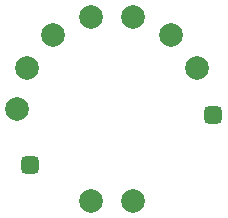
<source format=gbl>
G04 Layer_Physical_Order=2*
G04 Layer_Color=16711680*
%FSLAX25Y25*%
%MOIN*%
G70*
G01*
G75*
G04:AMPARAMS|DCode=10|XSize=59.06mil|YSize=59.06mil|CornerRadius=14.76mil|HoleSize=0mil|Usage=FLASHONLY|Rotation=0.000|XOffset=0mil|YOffset=0mil|HoleType=Round|Shape=RoundedRectangle|*
%AMROUNDEDRECTD10*
21,1,0.05906,0.02953,0,0,0.0*
21,1,0.02953,0.05906,0,0,0.0*
1,1,0.02953,0.01476,-0.01476*
1,1,0.02953,-0.01476,-0.01476*
1,1,0.02953,-0.01476,0.01476*
1,1,0.02953,0.01476,0.01476*
%
%ADD10ROUNDEDRECTD10*%
%ADD11C,0.07874*%
D10*
X-25787Y-16634D02*
D03*
X35138Y-98D02*
D03*
D11*
X-5512Y-28637D02*
D03*
X-29999Y2069D02*
D03*
X-26880Y15735D02*
D03*
X-18141Y26694D02*
D03*
X-5512Y32776D02*
D03*
X8505D02*
D03*
X21134Y26694D02*
D03*
X29874Y15735D02*
D03*
X8505Y-28637D02*
D03*
M02*

</source>
